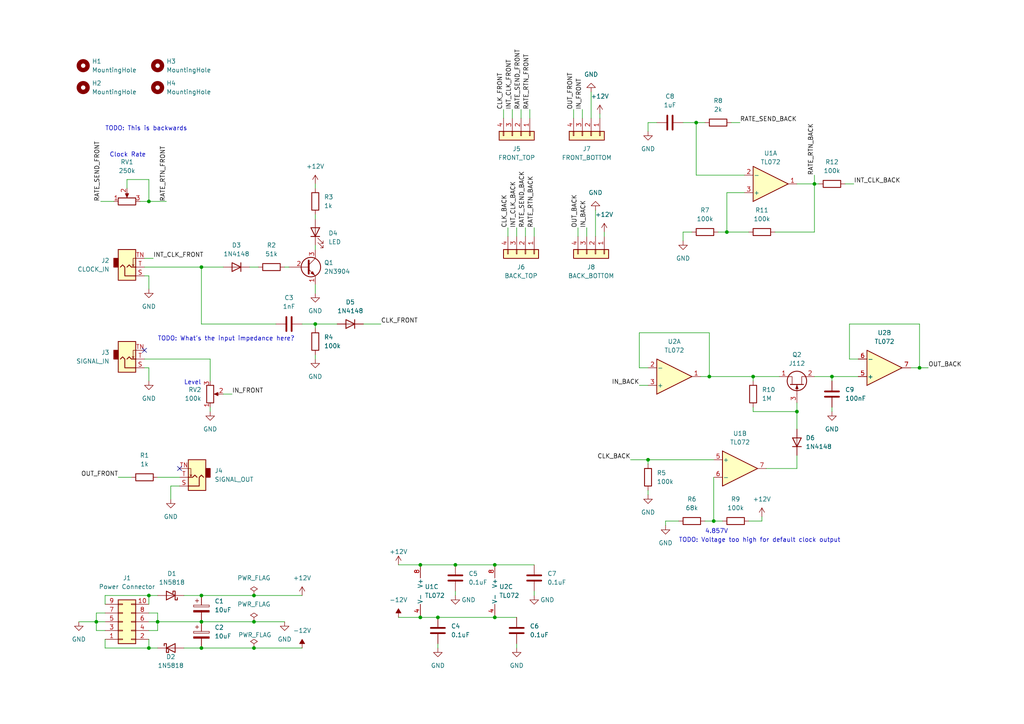
<source format=kicad_sch>
(kicad_sch (version 20211123) (generator eeschema)
  (paper "A4")
  (title_block (title "Sample and Hold") (rev "REV1") (company "Northrdge Devices") (comment 1 "Based on design by Mortiz Klein"))
  (lib_symbols
    (symbol "Amplifier_Operational:TL072" (pin_names (offset 0.127))
      (property "Reference" "U" (at 0 5.08 0))
      (property "Value" "TL072" (at 0 -5.08 0))
      (symbol "TL072_1_1"
        (polyline (pts (xy -5.08 5.08) (xy 5.08 0) (xy -5.08 -5.08) (xy -5.08 5.08)) (stroke (width 0.254)) (fill (type background)))
        (pin output line (at 7.62 0 180) (length 2.54) (name "~") (number "1"))
        (pin input line (at -7.62 -2.54 0) (length 2.54) (name "-") (number "2"))
        (pin input line (at -7.62 2.54 0) (length 2.54) (name "+") (number "3"))
      )
      (symbol "TL072_2_1"
        (polyline (pts (xy -5.08 5.08) (xy 5.08 0) (xy -5.08 -5.08) (xy -5.08 5.08)) (stroke (width 0.254)) (fill (type background)))
        (pin input line (at -7.62 2.54 0) (length 2.54) (name "+") (number "5"))
        (pin input line (at -7.62 -2.54 0) (length 2.54) (name "-") (number "6"))
        (pin output line (at 7.62 0 180) (length 2.54) (name "~") (number "7"))
      )
      (symbol "TL072_3_1"
        (pin power_in line (at -2.54 -7.62 90) (length 3.81) (name "V-") (number "4"))
        (pin power_in line (at -2.54 7.62 270) (length 3.81) (name "V+") (number "8"))
      )
    )
    (symbol "Connector:AudioJack2_SwitchT"
      (property "Reference" "J" (at 0 8.89 0))
      (property "Value" "AudioJack2_SwitchT" (at 0 6.35 0))
      (symbol "AudioJack2_SwitchT_0_1"
        (rectangle (start -2.54 0) (end -3.81 -2.54) (stroke (width 0.254)) (fill (type outline)))
        (polyline (pts (xy 1.778 -0.254) (xy 2.032 -0.762)))
        (polyline (pts (xy 0 0) (xy 0.635 -0.635) (xy 1.27 0) (xy 2.54 0)) (stroke (width 0.254)))
        (polyline (pts (xy 2.54 -2.54) (xy 1.778 -2.54) (xy 1.778 -0.254) (xy 1.524 -0.762)))
        (polyline (pts (xy 2.54 2.54) (xy -0.635 2.54) (xy -0.635 0) (xy -1.27 -0.635) (xy -1.905 0)) (stroke (width 0.254)))
        (rectangle (start 2.54 3.81) (end -2.54 -5.08) (stroke (width 0.254)) (fill (type background)))
      )
      (symbol "AudioJack2_SwitchT_1_1"
        (pin passive line (at 5.08 2.54 180) (length 2.54) (name "~") (number "S"))
        (pin passive line (at 5.08 0 180) (length 2.54) (name "~") (number "T"))
        (pin passive line (at 5.08 -2.54 180) (length 2.54) (name "~") (number "TN"))
      )
    )
    (symbol "Connector_Generic:Conn_01x04" (pin_names (offset 1.016) hide)
      (property "Reference" "J" (at 0 5.08 0))
      (property "Value" "Conn_01x04" (at 0 -7.62 0))
      (symbol "Conn_01x04_1_1"
        (rectangle (start -1.27 -4.953) (end 0 -5.207) (stroke (width 0.1524)))
        (rectangle (start -1.27 -2.413) (end 0 -2.667) (stroke (width 0.1524)))
        (rectangle (start -1.27 0.127) (end 0 -0.127) (stroke (width 0.1524)))
        (rectangle (start -1.27 2.667) (end 0 2.413) (stroke (width 0.1524)))
        (rectangle (start -1.27 3.81) (end 1.27 -6.35) (stroke (width 0.254)) (fill (type background)))
        (pin passive line (at -5.08 2.54 0) (length 3.81) (name "Pin_1") (number "1"))
        (pin passive line (at -5.08 0 0) (length 3.81) (name "Pin_2") (number "2"))
        (pin passive line (at -5.08 -2.54 0) (length 3.81) (name "Pin_3") (number "3"))
        (pin passive line (at -5.08 -5.08 0) (length 3.81) (name "Pin_4") (number "4"))
      )
    )
    (symbol "Connector_Generic:Conn_02x05_Odd_Even" (pin_names (offset 1.016) hide)
      (property "Reference" "J" (at 1.27 7.62 0))
      (property "Value" "Conn_02x05_Odd_Even" (at 1.27 -7.62 0))
      (symbol "Conn_02x05_Odd_Even_1_1"
        (rectangle (start -1.27 -4.953) (end 0 -5.207) (stroke (width 0.1524)))
        (rectangle (start -1.27 -2.413) (end 0 -2.667) (stroke (width 0.1524)))
        (rectangle (start -1.27 0.127) (end 0 -0.127) (stroke (width 0.1524)))
        (rectangle (start -1.27 2.667) (end 0 2.413) (stroke (width 0.1524)))
        (rectangle (start -1.27 5.207) (end 0 4.953) (stroke (width 0.1524)))
        (rectangle (start -1.27 6.35) (end 3.81 -6.35) (stroke (width 0.254)) (fill (type background)))
        (rectangle (start 3.81 -4.953) (end 2.54 -5.207) (stroke (width 0.1524)))
        (rectangle (start 3.81 -2.413) (end 2.54 -2.667) (stroke (width 0.1524)))
        (rectangle (start 3.81 0.127) (end 2.54 -0.127) (stroke (width 0.1524)))
        (rectangle (start 3.81 2.667) (end 2.54 2.413) (stroke (width 0.1524)))
        (rectangle (start 3.81 5.207) (end 2.54 4.953) (stroke (width 0.1524)))
        (pin passive line (at -5.08 5.08 0) (length 3.81) (name "Pin_1") (number "1"))
        (pin passive line (at 7.62 -5.08 180) (length 3.81) (name "Pin_10") (number "10"))
        (pin passive line (at 7.62 5.08 180) (length 3.81) (name "Pin_2") (number "2"))
        (pin passive line (at -5.08 2.54 0) (length 3.81) (name "Pin_3") (number "3"))
        (pin passive line (at 7.62 2.54 180) (length 3.81) (name "Pin_4") (number "4"))
        (pin passive line (at -5.08 0 0) (length 3.81) (name "Pin_5") (number "5"))
        (pin passive line (at 7.62 0 180) (length 3.81) (name "Pin_6") (number "6"))
        (pin passive line (at -5.08 -2.54 0) (length 3.81) (name "Pin_7") (number "7"))
        (pin passive line (at 7.62 -2.54 180) (length 3.81) (name "Pin_8") (number "8"))
        (pin passive line (at -5.08 -5.08 0) (length 3.81) (name "Pin_9") (number "9"))
      )
    )
    (symbol "Device:C" (pin_numbers hide) (pin_names (offset 0.254))
      (property "Reference" "C" (at 0.635 2.54 0))
      (property "Value" "C" (at 0.635 -2.54 0))
      (symbol "C_0_1"
        (polyline (pts (xy -2.032 -0.762) (xy 2.032 -0.762)) (stroke (width 0.508)))
        (polyline (pts (xy -2.032 0.762) (xy 2.032 0.762)) (stroke (width 0.508)))
      )
      (symbol "C_1_1"
        (pin passive line (at 0 3.81 270) (length 2.794) (name "~") (number "1"))
        (pin passive line (at 0 -3.81 90) (length 2.794) (name "~") (number "2"))
      )
    )
    (symbol "Device:C_Polarized" (pin_numbers hide) (pin_names (offset 0.254))
      (property "Reference" "C" (at 0.635 2.54 0))
      (property "Value" "C_Polarized" (at 0.635 -2.54 0))
      (symbol "C_Polarized_0_1"
        (rectangle (start -2.286 0.508) (end 2.286 1.016))
        (polyline (pts (xy -1.778 2.286) (xy -0.762 2.286)))
        (polyline (pts (xy -1.27 2.794) (xy -1.27 1.778)))
        (rectangle (start 2.286 -0.508) (end -2.286 -1.016) (fill (type outline)))
      )
      (symbol "C_Polarized_1_1"
        (pin passive line (at 0 3.81 270) (length 2.794) (name "~") (number "1"))
        (pin passive line (at 0 -3.81 90) (length 2.794) (name "~") (number "2"))
      )
    )
    (symbol "Device:LED" (pin_numbers hide) (pin_names (offset 1.016) hide)
      (property "Reference" "D" (at 0 2.54 0))
      (property "Value" "LED" (at 0 -2.54 0))
      (symbol "LED_0_1"
        (polyline (pts (xy -1.27 -1.27) (xy -1.27 1.27)) (stroke (width 0.254)))
        (polyline (pts (xy -1.27 0) (xy 1.27 0)))
        (polyline (pts (xy 1.27 -1.27) (xy 1.27 1.27) (xy -1.27 0) (xy 1.27 -1.27)) (stroke (width 0.254)))
        (polyline (pts (xy -3.048 -0.762) (xy -4.572 -2.286) (xy -3.81 -2.286) (xy -4.572 -2.286) (xy -4.572 -1.524)))
        (polyline (pts (xy -1.778 -0.762) (xy -3.302 -2.286) (xy -2.54 -2.286) (xy -3.302 -2.286) (xy -3.302 -1.524)))
      )
      (symbol "LED_1_1"
        (pin passive line (at -3.81 0 0) (length 2.54) (name "K") (number "1"))
        (pin passive line (at 3.81 0 180) (length 2.54) (name "A") (number "2"))
      )
    )
    (symbol "Device:R" (pin_numbers hide) (pin_names (offset 0))
      (property "Reference" "R" (at 2.032 0 90))
      (property "Value" "R" (at 0 0 90))
      (symbol "R_0_1"
        (rectangle (start -1.016 -2.54) (end 1.016 2.54) (stroke (width 0.254)))
      )
      (symbol "R_1_1"
        (pin passive line (at 0 3.81 270) (length 1.27) (name "~") (number "1"))
        (pin passive line (at 0 -3.81 90) (length 1.27) (name "~") (number "2"))
      )
    )
    (symbol "Device:R_Potentiometer" (pin_names (offset 1.016) hide)
      (property "Reference" "RV" (at -4.445 0 90))
      (property "Value" "R_Potentiometer" (at -2.54 0 90))
      (symbol "R_Potentiometer_0_1"
        (polyline (pts (xy 2.54 0) (xy 1.524 0)))
        (polyline (pts (xy 1.143 0) (xy 2.286 0.508) (xy 2.286 -0.508) (xy 1.143 0)) (fill (type outline)))
        (rectangle (start 1.016 2.54) (end -1.016 -2.54) (stroke (width 0.254)))
      )
      (symbol "R_Potentiometer_1_1"
        (pin passive line (at 0 3.81 270) (length 1.27) (name "1") (number "1"))
        (pin passive line (at 3.81 0 180) (length 1.27) (name "2") (number "2"))
        (pin passive line (at 0 -3.81 90) (length 1.27) (name "3") (number "3"))
      )
    )
    (symbol "Diode:1N4148" (pin_numbers hide) (pin_names (offset 1.016) hide)
      (property "Reference" "D" (at 0 2.54 0))
      (property "Value" "1N4148" (at 0 -2.54 0))
      (symbol "1N4148_0_1"
        (polyline (pts (xy -1.27 1.27) (xy -1.27 -1.27)) (stroke (width 0.254)))
        (polyline (pts (xy 1.27 0) (xy -1.27 0)))
        (polyline (pts (xy 1.27 1.27) (xy 1.27 -1.27) (xy -1.27 0) (xy 1.27 1.27)) (stroke (width 0.254)))
      )
      (symbol "1N4148_1_1"
        (pin passive line (at -3.81 0 0) (length 2.54) (name "K") (number "1"))
        (pin passive line (at 3.81 0 180) (length 2.54) (name "A") (number "2"))
      )
    )
    (symbol "Diode:1N5818" (pin_numbers hide) (pin_names (offset 1.016) hide)
      (property "Reference" "D" (at 0 2.54 0))
      (property "Value" "1N5818" (at 0 -2.54 0))
      (symbol "1N5818_0_1"
        (polyline (pts (xy 1.27 0) (xy -1.27 0)))
        (polyline (pts (xy 1.27 1.27) (xy 1.27 -1.27) (xy -1.27 0) (xy 1.27 1.27)) (stroke (width 0.254)))
        (polyline (pts (xy -1.905 0.635) (xy -1.905 1.27) (xy -1.27 1.27) (xy -1.27 -1.27) (xy -0.635 -1.27) (xy -0.635 -0.635)) (stroke (width 0.254)))
      )
      (symbol "1N5818_1_1"
        (pin passive line (at -3.81 0 0) (length 2.54) (name "K") (number "1"))
        (pin passive line (at 3.81 0 180) (length 2.54) (name "A") (number "2"))
      )
    )
    (symbol "Mechanical:MountingHole" (pin_names (offset 1.016))
      (property "Reference" "H" (at 0 5.08 0))
      (property "Value" "MountingHole" (at 0 3.175 0))
      (symbol "MountingHole_0_1"
        (circle (center 0 0) (radius 1.27) (stroke (width 1.27)))
      )
    )
    (symbol "Transistor_BJT:2N3904" (pin_names (offset 0) hide)
      (property "Reference" "Q" (at 5.08 1.905 0))
      (property "Value" "2N3904" (at 5.08 0 0))
      (symbol "2N3904_0_1"
        (polyline (pts (xy 0.635 0.635) (xy 2.54 2.54)))
        (polyline (pts (xy 0.635 -0.635) (xy 2.54 -2.54) (xy 2.54 -2.54)))
        (polyline (pts (xy 0.635 1.905) (xy 0.635 -1.905) (xy 0.635 -1.905)) (stroke (width 0.508)))
        (polyline (pts (xy 1.27 -1.778) (xy 1.778 -1.27) (xy 2.286 -2.286) (xy 1.27 -1.778) (xy 1.27 -1.778)) (fill (type outline)))
        (circle (center 1.27 0) (radius 2.8194) (stroke (width 0.254)))
      )
      (symbol "2N3904_1_1"
        (pin passive line (at 2.54 -5.08 90) (length 2.54) (name "E") (number "1"))
        (pin passive line (at -5.08 0 0) (length 5.715) (name "B") (number "2"))
        (pin passive line (at 2.54 5.08 270) (length 2.54) (name "C") (number "3"))
      )
    )
    (symbol "Transistor_FET:MMBFJ112" (pin_names hide)
      (property "Reference" "Q" (at 5.08 1.905 0))
      (property "Value" "MMBFJ112" (at 5.08 0 0))
      (symbol "MMBFJ112_0_1"
        (polyline (pts (xy 0.254 0) (xy -2.54 0)))
        (polyline (pts (xy 0.254 1.905) (xy 0.254 -1.905)) (stroke (width 0.254)))
        (polyline (pts (xy 2.54 -2.54) (xy 2.54 -1.397) (xy 0.254 -1.397)))
        (polyline (pts (xy 2.54 2.54) (xy 2.54 1.397) (xy 0.254 1.397)))
        (polyline (pts (xy 0 0) (xy -1.016 0.381) (xy -1.016 -0.381) (xy 0 0)) (fill (type outline)))
        (circle (center 1.27 0) (radius 2.8194) (stroke (width 0.254)))
      )
      (symbol "MMBFJ112_1_1"
        (pin passive line (at 2.54 5.08 270) (length 2.54) (name "D") (number "1"))
        (pin passive line (at 2.54 -5.08 90) (length 2.54) (name "S") (number "2"))
        (pin input line (at -5.08 0 0) (length 2.54) (name "G") (number "3"))
      )
    )
    (symbol "power:+12V" (power) (pin_names (offset 0))
      (property "Value" "+12V" (at 0 3.556 0))
      (symbol "+12V_0_1"
        (polyline (pts (xy -0.762 1.27) (xy 0 2.54)))
        (polyline (pts (xy 0 0) (xy 0 2.54)))
        (polyline (pts (xy 0 2.54) (xy 0.762 1.27)))
      )
      (symbol "+12V_1_1"
        (pin power_in line (at 0 0 90) (length 0) hide (name "+12V") (number "1"))
      )
    )
    (symbol "power:-12V" (power) (pin_names (offset 0))
      (property "Value" "-12V" (at 0 3.81 0))
      (symbol "-12V_0_0"
        (pin power_in line (at 0 0 90) (length 0) hide (name "-12V") (number "1"))
      )
      (symbol "-12V_0_1"
        (polyline (pts (xy 0 0) (xy 0 1.27) (xy 0.762 1.27) (xy 0 2.54) (xy -0.762 1.27) (xy 0 1.27)) (fill (type outline)))
      )
    )
    (symbol "power:GND" (power) (pin_names (offset 0))
      (property "Value" "GND" (at 0 -3.81 0))
      (symbol "GND_0_1"
        (polyline (pts (xy 0 0) (xy 0 -1.27) (xy 1.27 -1.27) (xy 0 -2.54) (xy -1.27 -1.27) (xy 0 -1.27)))
      )
      (symbol "GND_1_1"
        (pin power_in line (at 0 0 270) (length 0) hide (name "GND") (number "1"))
      )
    )
    (symbol "power:PWR_FLAG" (power) (pin_numbers hide) (pin_names (offset 0) hide)
      (property "Value" "PWR_FLAG" (at 0 3.81 0))
      (symbol "PWR_FLAG_0_0"
        (pin power_out line (at 0 0 90) (length 0) (name "pwr") (number "1"))
      )
      (symbol "PWR_FLAG_0_1"
        (polyline (pts (xy 0 0) (xy 0 1.27) (xy -1.016 1.905) (xy 0 2.54) (xy 1.016 1.905) (xy 0 1.27)))
      )
    )
  )
  (junction (at 27.94 180.34))
  (junction (at 143.51 179.07))
  (junction (at 132.08 163.83))
  (junction (at 201.93 35.56))
  (junction (at 143.51 163.83))
  (junction (at 58.42 172.72))
  (junction (at 207.01 151.13))
  (junction (at 236.22 53.34))
  (junction (at 43.18 58.42))
  (junction (at 266.7 106.68))
  (junction (at 45.72 180.34))
  (junction (at 58.42 77.47))
  (junction (at 58.42 180.34))
  (junction (at 121.92 179.07))
  (junction (at 187.96 133.35))
  (junction (at 241.3 109.22))
  (junction (at 43.18 187.96))
  (junction (at 58.42 187.96))
  (junction (at 91.44 93.98))
  (junction (at 127 179.07))
  (junction (at 73.66 187.96))
  (junction (at 43.18 172.72))
  (junction (at 210.82 67.31))
  (junction (at 231.14 119.38))
  (junction (at 121.92 163.83))
  (junction (at 73.66 180.34))
  (junction (at 218.44 109.22))
  (junction (at 205.74 109.22))
  (junction (at 73.66 172.72))
  (no_connect (at 52.07 135.89))
  (no_connect (at 41.91 101.6))
  (wire (pts (xy 207.01 138.43) (xy 207.01 151.13)))
  (wire (pts (xy 41.91 104.14) (xy 60.96 104.14)))
  (wire (pts (xy 127 187.96) (xy 127 186.69)))
  (wire (pts (xy 198.12 67.31) (xy 200.66 67.31)))
  (wire (pts (xy 153.67 34.29) (xy 153.67 31.75)))
  (wire (pts (xy 27.94 177.8) (xy 27.94 180.34)))
  (wire (pts (xy 91.44 102.87) (xy 91.44 104.14)))
  (wire (pts (xy 187.96 134.62) (xy 187.96 133.35)))
  (wire (pts (xy 132.08 172.72) (xy 132.08 171.45)))
  (wire (pts (xy 222.25 135.89) (xy 231.14 135.89)))
  (wire (pts (xy 30.48 185.42) (xy 30.48 187.96)))
  (wire (pts (xy 53.34 172.72) (xy 58.42 172.72)))
  (wire (pts (xy 220.98 149.86) (xy 220.98 151.13)))
  (wire (pts (xy 205.74 109.22) (xy 218.44 109.22)))
  (wire (pts (xy 43.18 182.88) (xy 45.72 182.88)))
  (wire (pts (xy 146.05 31.75) (xy 146.05 34.29)))
  (wire (pts (xy 241.3 109.22) (xy 241.3 110.49)))
  (wire (pts (xy 27.94 180.34) (xy 30.48 180.34)))
  (wire (pts (xy 236.22 67.31) (xy 236.22 53.34)))
  (wire (pts (xy 49.53 140.97) (xy 52.07 140.97)))
  (wire (pts (xy 241.3 109.22) (xy 248.92 109.22)))
  (wire (pts (xy 203.2 109.22) (xy 205.74 109.22)))
  (wire (pts (xy 266.7 93.98) (xy 266.7 106.68)))
  (wire (pts (xy 143.51 179.07) (xy 149.86 179.07)))
  (wire (pts (xy 185.42 96.52) (xy 205.74 96.52)))
  (wire (pts (xy 41.91 74.93) (xy 44.45 74.93)))
  (wire (pts (xy 207.01 151.13) (xy 209.55 151.13)))
  (wire (pts (xy 58.42 93.98) (xy 80.01 93.98)))
  (wire (pts (xy 91.44 93.98) (xy 97.79 93.98)))
  (wire (pts (xy 218.44 109.22) (xy 218.44 110.49)))
  (wire (pts (xy 121.92 163.83) (xy 132.08 163.83)))
  (wire (pts (xy 115.57 179.07) (xy 121.92 179.07)))
  (wire (pts (xy 49.53 140.97) (xy 49.53 144.78)))
  (wire (pts (xy 132.08 163.83) (xy 143.51 163.83)))
  (wire (pts (xy 73.66 172.72) (xy 87.63 172.72)))
  (wire (pts (xy 236.22 50.8) (xy 236.22 53.34)))
  (wire (pts (xy 45.72 180.34) (xy 43.18 180.34)))
  (wire (pts (xy 45.72 177.8) (xy 43.18 177.8)))
  (wire (pts (xy 43.18 187.96) (xy 45.72 187.96)))
  (wire (pts (xy 45.72 180.34) (xy 45.72 177.8)))
  (wire (pts (xy 215.9 50.8) (xy 201.93 50.8)))
  (wire (pts (xy 87.63 93.98) (xy 91.44 93.98)))
  (wire (pts (xy 41.91 80.01) (xy 43.18 80.01)))
  (wire (pts (xy 30.48 177.8) (xy 27.94 177.8)))
  (wire (pts (xy 187.96 143.51) (xy 187.96 142.24)))
  (wire (pts (xy 193.04 151.13) (xy 196.85 151.13)))
  (wire (pts (xy 241.3 119.38) (xy 241.3 118.11)))
  (wire (pts (xy 121.92 179.07) (xy 127 179.07)))
  (wire (pts (xy 152.4 66.04) (xy 152.4 68.58)))
  (wire (pts (xy 149.86 66.04) (xy 149.86 68.58)))
  (wire (pts (xy 201.93 35.56) (xy 204.47 35.56)))
  (wire (pts (xy 266.7 106.68) (xy 264.16 106.68)))
  (wire (pts (xy 27.94 182.88) (xy 30.48 182.88)))
  (wire (pts (xy 201.93 50.8) (xy 201.93 35.56)))
  (wire (pts (xy 45.72 138.43) (xy 52.07 138.43)))
  (wire (pts (xy 30.48 172.72) (xy 43.18 172.72)))
  (wire (pts (xy 64.77 114.3) (xy 67.31 114.3)))
  (wire (pts (xy 60.96 104.14) (xy 60.96 110.49)))
  (wire (pts (xy 187.96 35.56) (xy 190.5 35.56)))
  (wire (pts (xy 91.44 62.23) (xy 91.44 63.5)))
  (wire (pts (xy 217.17 67.31) (xy 210.82 67.31)))
  (wire (pts (xy 22.86 180.34) (xy 27.94 180.34)))
  (wire (pts (xy 210.82 67.31) (xy 210.82 55.88)))
  (wire (pts (xy 127 179.07) (xy 143.51 179.07)))
  (wire (pts (xy 115.57 163.83) (xy 121.92 163.83)))
  (wire (pts (xy 45.72 182.88) (xy 45.72 180.34)))
  (wire (pts (xy 43.18 172.72) (xy 43.18 175.26)))
  (wire (pts (xy 41.91 77.47) (xy 58.42 77.47)))
  (wire (pts (xy 73.66 187.96) (xy 87.63 187.96)))
  (wire (pts (xy 149.86 187.96) (xy 149.86 186.69)))
  (wire (pts (xy 246.38 93.98) (xy 266.7 93.98)))
  (wire (pts (xy 91.44 71.12) (xy 91.44 72.39)))
  (wire (pts (xy 217.17 151.13) (xy 220.98 151.13)))
  (wire (pts (xy 171.45 26.67) (xy 171.45 34.29)))
  (wire (pts (xy 246.38 104.14) (xy 246.38 93.98)))
  (wire (pts (xy 170.18 66.04) (xy 170.18 68.58)))
  (wire (pts (xy 43.18 58.42) (xy 48.26 58.42)))
  (wire (pts (xy 43.18 172.72) (xy 45.72 172.72)))
  (wire (pts (xy 36.83 52.07) (xy 43.18 52.07)))
  (wire (pts (xy 43.18 106.68) (xy 43.18 110.49)))
  (wire (pts (xy 60.96 119.38) (xy 60.96 118.11)))
  (wire (pts (xy 147.32 66.04) (xy 147.32 68.58)))
  (wire (pts (xy 172.72 60.96) (xy 172.72 68.58)))
  (wire (pts (xy 187.96 106.68) (xy 185.42 106.68)))
  (wire (pts (xy 193.04 152.4) (xy 193.04 151.13)))
  (wire (pts (xy 185.42 106.68) (xy 185.42 96.52)))
  (wire (pts (xy 43.18 80.01) (xy 43.18 83.82)))
  (wire (pts (xy 231.14 119.38) (xy 231.14 124.46)))
  (wire (pts (xy 236.22 109.22) (xy 241.3 109.22)))
  (wire (pts (xy 36.83 54.61) (xy 36.83 52.07)))
  (wire (pts (xy 168.91 31.75) (xy 168.91 34.29)))
  (wire (pts (xy 173.99 33.02) (xy 173.99 34.29)))
  (wire (pts (xy 27.94 180.34) (xy 27.94 182.88)))
  (wire (pts (xy 58.42 180.34) (xy 73.66 180.34)))
  (wire (pts (xy 205.74 96.52) (xy 205.74 109.22)))
  (wire (pts (xy 187.96 133.35) (xy 207.01 133.35)))
  (wire (pts (xy 198.12 69.85) (xy 198.12 67.31)))
  (wire (pts (xy 91.44 93.98) (xy 91.44 95.25)))
  (wire (pts (xy 43.18 52.07) (xy 43.18 58.42)))
  (wire (pts (xy 110.49 93.98) (xy 105.41 93.98)))
  (wire (pts (xy 185.42 111.76) (xy 187.96 111.76)))
  (wire (pts (xy 91.44 53.34) (xy 91.44 54.61)))
  (wire (pts (xy 218.44 118.11) (xy 218.44 119.38)))
  (wire (pts (xy 212.09 35.56) (xy 214.63 35.56)))
  (wire (pts (xy 58.42 77.47) (xy 58.42 93.98)))
  (wire (pts (xy 187.96 38.1) (xy 187.96 35.56)))
  (wire (pts (xy 58.42 172.72) (xy 73.66 172.72)))
  (wire (pts (xy 266.7 106.68) (xy 269.24 106.68)))
  (wire (pts (xy 40.64 58.42) (xy 43.18 58.42)))
  (wire (pts (xy 248.92 104.14) (xy 246.38 104.14)))
  (wire (pts (xy 182.88 133.35) (xy 187.96 133.35)))
  (wire (pts (xy 175.26 67.31) (xy 175.26 68.58)))
  (wire (pts (xy 231.14 135.89) (xy 231.14 132.08)))
  (wire (pts (xy 29.21 58.42) (xy 33.02 58.42)))
  (wire (pts (xy 53.34 187.96) (xy 58.42 187.96)))
  (wire (pts (xy 143.51 163.83) (xy 154.94 163.83)))
  (wire (pts (xy 226.06 109.22) (xy 218.44 109.22)))
  (wire (pts (xy 30.48 175.26) (xy 30.48 172.72)))
  (wire (pts (xy 58.42 77.47) (xy 64.77 77.47)))
  (wire (pts (xy 231.14 116.84) (xy 231.14 119.38)))
  (wire (pts (xy 73.66 180.34) (xy 82.55 180.34)))
  (wire (pts (xy 91.44 82.55) (xy 91.44 85.09)))
  (wire (pts (xy 198.12 35.56) (xy 201.93 35.56)))
  (wire (pts (xy 82.55 77.47) (xy 83.82 77.47)))
  (wire (pts (xy 167.64 66.04) (xy 167.64 68.58)))
  (wire (pts (xy 236.22 53.34) (xy 231.14 53.34)))
  (wire (pts (xy 58.42 187.96) (xy 73.66 187.96)))
  (wire (pts (xy 38.1 138.43) (xy 34.29 138.43)))
  (wire (pts (xy 208.28 67.31) (xy 210.82 67.31)))
  (wire (pts (xy 224.79 67.31) (xy 236.22 67.31)))
  (wire (pts (xy 154.94 172.72) (xy 154.94 171.45)))
  (wire (pts (xy 218.44 119.38) (xy 231.14 119.38)))
  (wire (pts (xy 154.94 66.04) (xy 154.94 68.58)))
  (wire (pts (xy 41.91 106.68) (xy 43.18 106.68)))
  (wire (pts (xy 245.11 53.34) (xy 247.65 53.34)))
  (wire (pts (xy 43.18 187.96) (xy 43.18 185.42)))
  (wire (pts (xy 207.01 151.13) (xy 204.47 151.13)))
  (wire (pts (xy 151.13 31.75) (xy 151.13 34.29)))
  (wire (pts (xy 148.59 31.75) (xy 148.59 34.29)))
  (wire (pts (xy 236.22 53.34) (xy 237.49 53.34)))
  (wire (pts (xy 166.37 31.75) (xy 166.37 34.29)))
  (wire (pts (xy 210.82 55.88) (xy 215.9 55.88)))
  (wire (pts (xy 45.72 180.34) (xy 58.42 180.34)))
  (wire (pts (xy 30.48 187.96) (xy 43.18 187.96)))
  (wire (pts (xy 72.39 77.47) (xy 74.93 77.47)))
  (text "Clock Rate" (at 31.75 45.72 0) (effects (font (size 1.27 1.27)) (justify left bottom)))
  (text "TODO: Voltage too high for default clock output" (at 196.85 157.48 0) (effects (font (size 1.27 1.27)) (justify left bottom)))
  (text "TODO: This is backwards" (at 30.48 38.1 0) (effects (font (size 1.27 1.27)) (justify left bottom)))
  (text "Level" (at 53.34 111.76 0) (effects (font (size 1.27 1.27)) (justify left bottom)))
  (text "TODO: What's the input impedance here?" (at 45.72 99.06 0) (effects (font (size 1.27 1.27)) (justify left bottom)))
  (text "4.857V" (at 204.47 154.94 0) (effects (font (size 1.27 1.27)) (justify left bottom)))
  (label "CLK_BACK" (at 182.88 133.35 180))
  (label "RATE_SEND_BACK" (at 214.63 35.56 0))
  (label "INT_CLK_FRONT" (at 44.45 74.93 0))
  (label "RATE_SEND_FRONT" (at 151.13 31.75 90))
  (label "IN_BACK" (at 170.18 66.04 90))
  (label "IN_FRONT" (at 67.31 114.3 0))
  (label "RATE_RTN_BACK" (at 236.22 50.8 90))
  (label "INT_CLK_BACK" (at 149.86 66.04 90))
  (label "CLK_FRONT" (at 110.49 93.98 0))
  (label "IN_FRONT" (at 168.91 31.75 90))
  (label "OUT_FRONT" (at 166.37 31.75 90))
  (label "OUT_BACK" (at 269.24 106.68 0))
  (label "RATE_SEND_BACK" (at 152.4 66.04 90))
  (label "RATE_RTN_FRONT" (at 153.67 31.75 90))
  (label "OUT_BACK" (at 167.64 66.04 90))
  (label "RATE_RTN_FRONT" (at 48.26 58.42 90))
  (label "RATE_RTN_BACK" (at 154.94 66.04 90))
  (label "CLK_FRONT" (at 146.05 31.75 90))
  (label "INT_CLK_BACK" (at 247.65 53.34 0))
  (label "CLK_BACK" (at 147.32 66.04 90))
  (label "IN_BACK" (at 185.42 111.76 180))
  (label "OUT_FRONT" (at 34.29 138.43 180))
  (label "RATE_SEND_FRONT" (at 29.21 58.42 90))
  (label "INT_CLK_FRONT" (at 148.59 31.75 90))
  (symbol (lib_id "Amplifier_Operational:TL072") (at 214.63 135.89 0) (unit 2)
    (property "Reference" "U1" (at 214.63 125.73 0))
    (property "Value" "TL072" (at 214.63 128.27 0))
    (property "Footprint" "Package_DIP:DIP-8_W7.62mm_Socket" (effects hide))
    (property "Datasheet" "http://www.ti.com/lit/ds/symlink/tl071.pdf" (effects hide))
    (property "Manufacturer" "VARIOUS" (effects hide))
    (property "Manufacturer Part No." "TL072CP" (effects hide))
    (property "Supplier" "Tayda" (effects hide))
    (property "Supplier Part No." "A-037" (effects hide))
  )
  (symbol (lib_id "Device:C") (at 149.86 182.88 0) (unit 1)
    (property "Reference" "C6" (at 153.67 181.6099 0) (effects (justify left)))
    (property "Value" "0.1uF" (at 153.67 184.1499 0) (effects (justify left)))
    (property "Footprint" "Capacitor_THT:C_Disc_D5.0mm_W2.5mm_P2.50mm" (effects hide))
    (property "Supplier" "Tayda" (effects hide))
    (property "Manufacturer" "AEC" (effects hide))
    (property "Manufacturer Part No." "0.1uF 50V Ceramic Disc Capacitor" (effects hide))
    (property "Supplier Part No." "A-4008" (effects hide))
  )
  (symbol (lib_id "Device:C") (at 194.31 35.56 90) (unit 1)
    (property "Reference" "C8" (at 194.31 27.94 90))
    (property "Value" "1uF" (at 194.31 30.48 90))
    (property "Footprint" "Capacitor_THT:C_Rect_L7.2mm_W3.5mm_P5.00mm_FKS2_FKP2_MKS2_MKP2" (effects hide))
    (property "Manufacturer" "WIMA" (effects hide))
    (property "Manufacturer Part No." "MKS2B041001C00KSSD" (effects hide))
    (property "Supplier Part No." "A-3290" (effects hide))
    (property "Supplier" "Tayda" (effects hide))
  )
  (symbol (lib_id "power:PWR_FLAG") (at 73.66 180.34 0) (unit 1)
    (property "Reference" "#FLG02" (effects hide))
    (property "Value" "PWR_FLAG" (at 73.66 175.26 0))
  )
  (symbol (lib_id "Amplifier_Operational:TL072") (at 195.58 109.22 0) (mirror x) (unit 1)
    (property "Reference" "U2" (at 195.58 99.06 0))
    (property "Value" "TL072" (at 195.58 101.6 0))
    (property "Footprint" "Package_DIP:DIP-8_W7.62mm_Socket" (effects hide))
    (property "Datasheet" "http://www.ti.com/lit/ds/symlink/tl071.pdf" (effects hide))
    (property "Manufacturer" "VARIOUS" (effects hide))
    (property "Manufacturer Part No." "TL072CP" (effects hide))
    (property "Supplier" "Tayda" (effects hide))
    (property "Supplier Part No." "A-037" (effects hide))
  )
  (symbol (lib_id "power:GND") (at 132.08 172.72 0) (unit 1)
    (property "Reference" "#PWR015" (effects hide))
    (property "Value" "GND" (at 135.89 173.99 0))
  )
  (symbol (lib_id "Device:C_Polarized") (at 58.42 176.53 0) (unit 1)
    (property "Reference" "C1" (at 62.23 174.3709 0) (effects (justify left)))
    (property "Value" "10uF" (at 62.23 176.9109 0) (effects (justify left)))
    (property "Footprint" "Capacitor_THT:CP_Radial_D5.0mm_P2.00mm" (effects hide))
    (property "Supplier" "Tayda" (effects hide))
    (property "Manufacturer" "AISHI" (effects hide))
    (property "Manufacturer Part No." "WK1CM100D11OT" (effects hide))
    (property "Supplier Part No." "A-3931" (effects hide))
  )
  (symbol (lib_id "Diode:1N5818") (at 49.53 187.96 0) (unit 1)
    (property "Reference" "D2" (at 49.53 190.5 0))
    (property "Value" "1N5818" (at 49.53 193.04 0))
    (property "Footprint" "Diode_THT:D_DO-41_SOD81_P10.16mm_Horizontal" (effects hide))
    (property "Datasheet" "http://www.vishay.com/docs/88525/1n5817.pdf" (effects hide))
    (property "Supplier" "Tayda" (effects hide))
    (property "Manufacturer" "TEC" (effects hide))
    (property "Manufacturer Part No." "1N5817" (effects hide))
    (property "Supplier Part No." "A-252" (effects hide))
  )
  (symbol (lib_id "Device:R") (at 218.44 114.3 180) (unit 1)
    (property "Reference" "R10" (at 220.98 113.0299 0) (effects (justify right)))
    (property "Value" "1M" (at 220.98 115.5699 0) (effects (justify right)))
    (property "Footprint" "Resistor_THT:R_Axial_DIN0207_L6.3mm_D2.5mm_P10.16mm_Horizontal" (effects hide))
    (property "Supplier" "Tayda" (effects hide))
    (property "Manufacturer" "Royal Ohm" (effects hide))
    (property "Manufacturer Part No." "MF0W4FF1004A50" (effects hide))
    (property "Supplier Part No." "A-2277" (effects hide))
  )
  (symbol (lib_id "Device:C") (at 127 182.88 0) (unit 1)
    (property "Reference" "C4" (at 130.81 181.6099 0) (effects (justify left)))
    (property "Value" "0.1uF" (at 130.81 184.1499 0) (effects (justify left)))
    (property "Footprint" "Capacitor_THT:C_Disc_D5.0mm_W2.5mm_P2.50mm" (effects hide))
    (property "Supplier" "Tayda" (effects hide))
    (property "Manufacturer" "AEC" (effects hide))
    (property "Manufacturer Part No." "0.1uF 50V Ceramic Disc Capacitor" (effects hide))
    (property "Supplier Part No." "A-4008" (effects hide))
  )
  (symbol (lib_id "power:GND") (at 82.55 180.34 0) (unit 1)
    (property "Reference" "#PWR06" (effects hide))
    (property "Value" "GND" (at 82.55 185.42 0))
  )
  (symbol (lib_id "Device:C") (at 132.08 167.64 0) (unit 1)
    (property "Reference" "C5" (at 135.89 166.3699 0) (effects (justify left)))
    (property "Value" "0.1uF" (at 135.89 168.9099 0) (effects (justify left)))
    (property "Footprint" "Capacitor_THT:C_Disc_D5.0mm_W2.5mm_P2.50mm" (effects hide))
    (property "Supplier" "Tayda" (effects hide))
    (property "Manufacturer" "AEC" (effects hide))
    (property "Manufacturer Part No." "0.1uF 50V Ceramic Disc Capacitor" (effects hide))
    (property "Supplier Part No." "A-4008" (effects hide))
  )
  (symbol (lib_id "power:-12V") (at 87.63 187.96 0) (unit 1)
    (property "Reference" "#PWR08" (effects hide))
    (property "Value" "-12V" (at 87.63 182.88 0))
  )
  (symbol (lib_id "power:+12V") (at 115.57 163.83 0) (unit 1)
    (property "Reference" "#PWR012" (effects hide))
    (property "Value" "+12V" (at 115.57 160.02 0))
  )
  (symbol (lib_id "Device:LED") (at 91.44 67.31 90) (unit 1)
    (property "Reference" "D4" (at 95.25 67.6274 90) (effects (justify right)))
    (property "Value" "LED" (at 95.25 70.1674 90) (effects (justify right)))
    (property "Footprint" "LED_THT:LED_D3.0mm" (effects hide))
    (property "Manufacturer" "Tayda" (effects hide))
    (property "Manufacturer Part No." "LED 3mm Red" (effects hide))
    (property "Supplier" "Tayda" (effects hide))
    (property "Supplier Part No." "A-261" (effects hide))
  )
  (symbol (lib_id "power:GND") (at 49.53 144.78 0) (unit 1)
    (property "Reference" "#PWR04" (effects hide))
    (property "Value" "GND" (at 49.53 149.86 0))
  )
  (symbol (lib_id "power:GND") (at 60.96 119.38 0) (unit 1)
    (property "Reference" "#PWR05" (effects hide))
    (property "Value" "GND" (at 60.96 124.46 0))
  )
  (symbol (lib_id "power:GND") (at 91.44 85.09 0) (unit 1)
    (property "Reference" "#PWR010" (effects hide))
    (property "Value" "GND" (at 91.44 90.17 0))
  )
  (symbol (lib_id "Device:R_Potentiometer") (at 36.83 58.42 90) (unit 1)
    (property "Reference" "RV1" (at 36.83 46.99 90))
    (property "Value" "250k" (at 36.83 49.53 90))
    (property "Footprint" "Alpha_Pots:Potentiometer_Alpha_RV09AF-40-20K_Single_Vertical" (effects hide))
    (property "Manufacturer" "ALPHA" (effects hide))
    (property "Manufacturer Part No." "RV09AF-40-20K-B250K" (effects hide))
    (property "Supplier" "Tayda" (effects hide))
    (property "Supplier Part No." "A-1865" (effects hide))
  )
  (symbol (lib_id "Connector:AudioJack2_SwitchT") (at 57.15 138.43 180) (unit 1)
    (property "Reference" "J4" (at 62.23 136.5249 0) (effects (justify right)))
    (property "Value" "SIGNAL_OUT" (at 62.23 139.0649 0) (effects (justify right)))
    (property "Footprint" "AudioJacks:Jack_3.5mm_QingPu_WQP-PJ398SM_Vertical" (effects hide))
    (property "Supplier" "Tayda" (effects hide))
    (property "Supplier Part No." "A-2563" (effects hide))
    (property "Manufacturer" "Tayda" (effects hide))
    (property "Manufacturer Part No." "PJ-3001F" (effects hide))
  )
  (symbol (lib_id "Transistor_FET:MMBFJ112") (at 231.14 111.76 90) (unit 1)
    (property "Reference" "Q2" (at 231.14 102.87 90))
    (property "Value" "J112" (at 231.14 105.41 90))
    (property "Footprint" "Package_TO_SOT_THT:TO-92" (effects hide))
    (property "Datasheet" "https://www.onsemi.com/pub/Collateral/MMBFJ113-D.PDF" (effects hide))
    (property "Manufacturer" "ON SEMICONDUCTOR" (effects hide))
    (property "Manufacturer Part No." "J112" (effects hide))
    (property "Supplier" "Tayda" (effects hide))
    (property "Supplier Part No." "A-3967" (effects hide))
  )
  (symbol (lib_id "Device:R") (at 78.74 77.47 270) (unit 1)
    (property "Reference" "R2" (at 78.74 71.12 90))
    (property "Value" "51k" (at 78.74 73.66 90))
    (property "Footprint" "Resistor_THT:R_Axial_DIN0207_L6.3mm_D2.5mm_P10.16mm_Horizontal" (effects hide))
    (property "Supplier" "Tayda" (effects hide))
    (property "Manufacturer" "Royal Ohm" (effects hide))
    (property "Manufacturer Part No." "MF0W4FF5102A50" (effects hide))
    (property "Supplier Part No." "A-2775" (effects hide))
  )
  (symbol (lib_id "power:GND") (at 22.86 180.34 0) (unit 1)
    (property "Reference" "#PWR01" (effects hide))
    (property "Value" "GND" (at 22.86 185.42 0))
  )
  (symbol (lib_id "power:GND") (at 198.12 69.85 0) (unit 1)
    (property "Reference" "#PWR025" (effects hide))
    (property "Value" "GND" (at 198.12 74.93 0))
  )
  (symbol (lib_id "Device:R") (at 241.3 53.34 270) (unit 1)
    (property "Reference" "R12" (at 241.3 46.99 90))
    (property "Value" "100k" (at 241.3 49.53 90))
    (property "Footprint" "Resistor_THT:R_Axial_DIN0207_L6.3mm_D2.5mm_P10.16mm_Horizontal" (effects hide))
    (property "Supplier" "Tayda" (effects hide))
    (property "Manufacturer" "Royal Ohm" (effects hide))
    (property "Manufacturer Part No." "MF0W4FF1003A50" (effects hide))
    (property "Supplier Part No." "A-2248" (effects hide))
  )
  (symbol (lib_id "Diode:1N5818") (at 49.53 172.72 180) (unit 1)
    (property "Reference" "D1" (at 49.8475 166.37 0))
    (property "Value" "1N5818" (at 49.8475 168.91 0))
    (property "Footprint" "Diode_THT:D_DO-41_SOD81_P10.16mm_Horizontal" (effects hide))
    (property "Datasheet" "http://www.vishay.com/docs/88525/1n5817.pdf" (effects hide))
    (property "Supplier" "Tayda" (effects hide))
    (property "Manufacturer" "TEC" (effects hide))
    (property "Manufacturer Part No." "1N5817" (effects hide))
    (property "Supplier Part No." "A-252" (effects hide))
  )
  (symbol (lib_id "Amplifier_Operational:TL072") (at 146.05 171.45 0) (unit 3)
    (property "Reference" "U2" (at 144.78 170.1799 0) (effects (justify left)))
    (property "Value" "TL072" (at 144.78 172.7199 0) (effects (justify left)))
    (property "Footprint" "Package_DIP:DIP-8_W7.62mm_Socket" (effects hide))
    (property "Datasheet" "http://www.ti.com/lit/ds/symlink/tl071.pdf" (effects hide))
    (property "Manufacturer" "VARIOUS" (effects hide))
    (property "Manufacturer Part No." "TL072CP" (effects hide))
    (property "Supplier" "Tayda" (effects hide))
    (property "Supplier Part No." "A-037" (effects hide))
  )
  (symbol (lib_id "Device:R") (at 41.91 138.43 90) (unit 1)
    (property "Reference" "R1" (at 41.91 132.08 90))
    (property "Value" "1k" (at 41.91 134.62 90))
    (property "Footprint" "Resistor_THT:R_Axial_DIN0207_L6.3mm_D2.5mm_P10.16mm_Horizontal" (effects hide))
    (property "Supplier" "Tayda" (effects hide))
    (property "Manufacturer" "Royal Ohm" (effects hide))
    (property "Manufacturer Part No." "MF0W4FF1001A50" (effects hide))
    (property "Supplier Part No." "A-2200" (effects hide))
  )
  (symbol (lib_id "power:+12V") (at 220.98 149.86 0) (unit 1)
    (property "Reference" "#PWR026" (effects hide))
    (property "Value" "+12V" (at 220.98 144.78 0))
  )
  (symbol (lib_id "power:-12V") (at 115.57 179.07 0) (unit 1)
    (property "Reference" "#PWR013" (effects hide))
    (property "Value" "-12V" (at 115.57 173.99 0))
  )
  (symbol (lib_id "Mechanical:MountingHole") (at 24.13 25.4 0) (unit 1) (in_bom no)
    (property "Reference" "H2" (at 26.67 24.1299 0) (effects (justify left)))
    (property "Value" "MountingHole" (at 26.67 26.6699 0) (effects (justify left)))
    (property "Footprint" "MountingHole:MountingHole_2.2mm_M2" (effects hide))
  )
  (symbol (lib_id "Diode:1N4148") (at 68.58 77.47 180) (unit 1)
    (property "Reference" "D3" (at 68.58 71.12 0))
    (property "Value" "1N4148" (at 68.58 73.66 0))
    (property "Footprint" "Diode_THT:D_DO-35_SOD27_P7.62mm_Horizontal" (effects hide))
    (property "Datasheet" "https://assets.nexperia.com/documents/data-sheet/1N4148_1N4448.pdf" (effects hide))
    (property "Manufacturer" "PHILIPS/NXP/ON SEMICONDUCTOR//TAK CHEONG" (effects hide))
    (property "Manufacturer Part No." "1N4148" (effects hide))
    (property "Supplier" "Tayda" (effects hide))
    (property "Supplier Part No." "A-157" (effects hide))
  )
  (symbol (lib_id "power:GND") (at 241.3 119.38 0) (unit 1)
    (property "Reference" "#PWR027" (effects hide))
    (property "Value" "GND" (at 241.3 124.46 0))
  )
  (symbol (lib_id "Diode:1N4148") (at 231.14 128.27 90) (unit 1)
    (property "Reference" "D6" (at 233.68 126.9999 90) (effects (justify right)))
    (property "Value" "1N4148" (at 233.68 129.5399 90) (effects (justify right)))
    (property "Footprint" "Diode_THT:D_DO-35_SOD27_P7.62mm_Horizontal" (effects hide))
    (property "Datasheet" "https://assets.nexperia.com/documents/data-sheet/1N4148_1N4448.pdf" (effects hide))
    (property "Manufacturer" "PHILIPS/NXP/ON SEMICONDUCTOR//TAK CHEONG" (effects hide))
    (property "Manufacturer Part No." "1N4148" (effects hide))
    (property "Supplier" "Tayda" (effects hide))
    (property "Supplier Part No." "A-157" (effects hide))
  )
  (symbol (lib_id "power:GND") (at 43.18 83.82 0) (unit 1)
    (property "Reference" "#PWR02" (effects hide))
    (property "Value" "GND" (at 43.18 88.9 0))
  )
  (symbol (lib_id "Device:C") (at 241.3 114.3 180) (unit 1)
    (property "Reference" "C9" (at 245.11 113.0299 0) (effects (justify right)))
    (property "Value" "100nF" (at 245.11 115.5699 0) (effects (justify right)))
    (property "Footprint" "Capacitor_THT:C_Rect_L7.2mm_W2.5mm_P5.00mm_FKS2_FKP2_MKS2_MKP2" (effects hide))
    (property "Manufacturer" "KEMET" (effects hide))
    (property "Manufacturer Part No." "R82EC3100DQ70J" (effects hide))
    (property "Supplier" "Tayda" (effects hide))
    (property "Supplier Part No." "A-951" (effects hide))
  )
  (symbol (lib_id "Connector:AudioJack2_SwitchT") (at 36.83 77.47 0) (mirror x) (unit 1)
    (property "Reference" "J2" (at 31.75 75.5649 0) (effects (justify right)))
    (property "Value" "CLOCK_IN" (at 31.75 78.1049 0) (effects (justify right)))
    (property "Footprint" "AudioJacks:Jack_3.5mm_QingPu_WQP-PJ398SM_Vertical" (effects hide))
    (property "Supplier" "Tayda" (effects hide))
    (property "Supplier Part No." "A-2563" (effects hide))
    (property "Manufacturer" "Tayda" (effects hide))
    (property "Manufacturer Part No." "PJ-3001F" (effects hide))
  )
  (symbol (lib_id "Amplifier_Operational:TL072") (at 223.52 53.34 0) (mirror x) (unit 1)
    (property "Reference" "U1" (at 223.52 44.45 0))
    (property "Value" "TL072" (at 223.52 46.99 0))
    (property "Footprint" "Package_DIP:DIP-8_W7.62mm_Socket" (effects hide))
    (property "Datasheet" "http://www.ti.com/lit/ds/symlink/tl071.pdf" (effects hide))
    (property "Manufacturer" "VARIOUS" (effects hide))
    (property "Manufacturer Part No." "TL072CP" (effects hide))
    (property "Supplier" "Tayda" (effects hide))
    (property "Supplier Part No." "A-037" (effects hide))
  )
  (symbol (lib_id "power:GND") (at 193.04 152.4 0) (unit 1)
    (property "Reference" "#PWR024" (effects hide))
    (property "Value" "GND" (at 193.04 157.48 0))
  )
  (symbol (lib_id "power:+12V") (at 87.63 172.72 0) (unit 1)
    (property "Reference" "#PWR07" (effects hide))
    (property "Value" "+12V" (at 87.63 167.64 0))
  )
  (symbol (lib_id "Diode:1N4148") (at 101.6 93.98 180) (unit 1)
    (property "Reference" "D5" (at 101.6 87.63 0))
    (property "Value" "1N4148" (at 101.6 90.17 0))
    (property "Footprint" "Diode_THT:D_DO-35_SOD27_P7.62mm_Horizontal" (effects hide))
    (property "Datasheet" "https://assets.nexperia.com/documents/data-sheet/1N4148_1N4448.pdf" (effects hide))
    (property "Manufacturer" "PHILIPS/NXP/ON SEMICONDUCTOR//TAK CHEONG" (effects hide))
    (property "Manufacturer Part No." "1N4148" (effects hide))
    (property "Supplier" "Tayda" (effects hide))
    (property "Supplier Part No." "A-157" (effects hide))
  )
  (symbol (lib_id "Device:C_Polarized") (at 58.42 184.15 0) (unit 1)
    (property "Reference" "C2" (at 62.23 181.9909 0) (effects (justify left)))
    (property "Value" "10uF" (at 62.23 184.5309 0) (effects (justify left)))
    (property "Footprint" "Capacitor_THT:CP_Radial_D5.0mm_P2.00mm" (effects hide))
    (property "Supplier" "Tayda" (effects hide))
    (property "Manufacturer" "AISHI" (effects hide))
    (property "Manufacturer Part No." "WK1CM100D11OT" (effects hide))
    (property "Supplier Part No." "A-3931" (effects hide))
  )
  (symbol (lib_id "Connector_Generic:Conn_01x04") (at 172.72 73.66 270) (unit 1)
    (property "Reference" "J8" (at 171.45 77.47 90))
    (property "Value" "BACK_BOTTOM" (at 171.45 80.01 90))
    (property "Footprint" "Connector_PinHeader_2.54mm:PinHeader_1x04_P2.54mm_Vertical" (effects hide))
    (property "Manufacturer" "GTK" (effects hide))
    (property "Manufacturer Part No." "PHSS12G10" (effects hide))
    (property "Supplier" "Tayda" (effects hide))
    (property "Supplier Part No." "A-5776" (effects hide))
  )
  (symbol (lib_id "power:PWR_FLAG") (at 73.66 172.72 0) (unit 1)
    (property "Reference" "#FLG01" (effects hide))
    (property "Value" "PWR_FLAG" (at 73.66 167.64 0))
  )
  (symbol (lib_id "power:GND") (at 91.44 104.14 0) (unit 1)
    (property "Reference" "#PWR011" (effects hide))
    (property "Value" "GND" (at 91.44 109.22 0))
  )
  (symbol (lib_id "Amplifier_Operational:TL072") (at 124.46 171.45 0) (unit 3)
    (property "Reference" "U1" (at 123.19 170.1799 0) (effects (justify left)))
    (property "Value" "TL072" (at 123.19 172.7199 0) (effects (justify left)))
    (property "Footprint" "Package_DIP:DIP-8_W7.62mm_Socket" (effects hide))
    (property "Datasheet" "http://www.ti.com/lit/ds/symlink/tl071.pdf" (effects hide))
    (property "Manufacturer" "VARIOUS" (effects hide))
    (property "Manufacturer Part No." "TL072CP" (effects hide))
    (property "Supplier" "Tayda" (effects hide))
    (property "Supplier Part No." "A-037" (effects hide))
  )
  (symbol (lib_id "Connector_Generic:Conn_01x04") (at 151.13 39.37 270) (unit 1)
    (property "Reference" "J5" (at 149.86 43.18 90))
    (property "Value" "FRONT_TOP" (at 149.86 45.72 90))
    (property "Footprint" "Connector_PinHeader_2.54mm:PinHeader_1x04_P2.54mm_Vertical" (effects hide))
    (property "Manufacturer" "GTK" (effects hide))
    (property "Manufacturer Part No." "4 Female Pin Header" (effects hide))
    (property "Supplier" "Tayda" (effects hide))
    (property "Supplier Part No." "A-1303" (effects hide))
  )
  (symbol (lib_id "power:+12V") (at 91.44 53.34 0) (unit 1)
    (property "Reference" "#PWR09" (effects hide))
    (property "Value" "+12V" (at 91.44 48.26 0))
  )
  (symbol (lib_id "Transistor_BJT:2N3904") (at 88.9 77.47 0) (unit 1)
    (property "Reference" "Q1" (at 93.98 76.1999 0) (effects (justify left)))
    (property "Value" "2N3904" (at 93.98 78.7399 0) (effects (justify left)))
    (property "Footprint" "Package_TO_SOT_THT:TO-92_Inline" (effects hide))
    (property "Datasheet" "https://www.onsemi.com/pub/Collateral/2N3903-D.PDF" (effects hide))
    (property "Manufacturer" "Fairchild" (effects hide))
    (property "Manufacturer Part No." "2N3904" (effects hide))
    (property "Supplier" "Tayda" (effects hide))
    (property "Supplier Part No." "A-111" (effects hide))
  )
  (symbol (lib_id "Mechanical:MountingHole") (at 24.13 19.05 0) (unit 1) (in_bom no)
    (property "Reference" "H1" (at 26.67 17.7799 0) (effects (justify left)))
    (property "Value" "MountingHole" (at 26.67 20.3199 0) (effects (justify left)))
    (property "Footprint" "MountingHole:MountingHole_2.2mm_M2" (effects hide))
  )
  (symbol (lib_id "Connector_Generic:Conn_01x04") (at 152.4 73.66 270) (unit 1)
    (property "Reference" "J6" (at 151.13 77.47 90))
    (property "Value" "BACK_TOP" (at 151.13 80.01 90))
    (property "Footprint" "Connector_PinHeader_2.54mm:PinHeader_1x04_P2.54mm_Vertical" (effects hide))
    (property "Manufacturer" "GTK" (effects hide))
    (property "Manufacturer Part No." "PHSS12G10" (effects hide))
    (property "Supplier" "Tayda" (effects hide))
    (property "Supplier Part No." "A-5776" (effects hide))
  )
  (symbol (lib_id "power:GND") (at 43.18 110.49 0) (unit 1)
    (property "Reference" "#PWR03" (effects hide))
    (property "Value" "GND" (at 43.18 115.57 0))
  )
  (symbol (lib_id "Device:C") (at 154.94 167.64 0) (unit 1)
    (property "Reference" "C7" (at 158.75 166.3699 0) (effects (justify left)))
    (property "Value" "0.1uF" (at 158.75 168.9099 0) (effects (justify left)))
    (property "Footprint" "Capacitor_THT:C_Disc_D5.0mm_W2.5mm_P2.50mm" (effects hide))
    (property "Supplier" "Tayda" (effects hide))
    (property "Manufacturer" "AEC" (effects hide))
    (property "Manufacturer Part No." "0.1uF 50V Ceramic Disc Capacitor" (effects hide))
    (property "Supplier Part No." "A-4008" (effects hide))
  )
  (symbol (lib_id "power:GND") (at 127 187.96 0) (unit 1)
    (property "Reference" "#PWR014" (effects hide))
    (property "Value" "GND" (at 127 193.04 0))
  )
  (symbol (lib_id "Mechanical:MountingHole") (at 45.72 25.4 0) (unit 1) (in_bom no)
    (property "Reference" "H4" (at 48.26 24.1299 0) (effects (justify left)))
    (property "Value" "MountingHole" (at 48.26 26.6699 0) (effects (justify left)))
    (property "Footprint" "MountingHole:MountingHole_2.2mm_M2" (effects hide))
  )
  (symbol (lib_id "Connector:AudioJack2_SwitchT") (at 36.83 104.14 0) (mirror x) (unit 1)
    (property "Reference" "J3" (at 31.75 102.2349 0) (effects (justify right)))
    (property "Value" "SIGNAL_IN" (at 31.75 104.7749 0) (effects (justify right)))
    (property "Footprint" "AudioJacks:Jack_3.5mm_QingPu_WQP-PJ398SM_Vertical" (effects hide))
    (property "Supplier" "Tayda" (effects hide))
    (property "Supplier Part No." "A-2563" (effects hide))
    (property "Manufacturer" "Tayda" (effects hide))
    (property "Manufacturer Part No." "PJ-3001F" (effects hide))
  )
  (symbol (lib_id "Device:R") (at 208.28 35.56 270) (unit 1)
    (property "Reference" "R8" (at 208.28 29.21 90))
    (property "Value" "2k" (at 208.28 31.75 90))
    (property "Footprint" "Resistor_THT:R_Axial_DIN0207_L6.3mm_D2.5mm_P10.16mm_Horizontal" (effects hide))
    (property "Supplier" "Tayda" (effects hide))
    (property "Manufacturer" "Royal Ohm" (effects hide))
    (property "Manufacturer Part No." "MF0W4FF2001A50" (effects hide))
    (property "Supplier Part No." "A-2307" (effects hide))
  )
  (symbol (lib_id "power:GND") (at 171.45 26.67 180) (unit 1)
    (property "Reference" "#PWR?" (effects hide))
    (property "Value" "GND" (at 171.45 21.59 0))
  )
  (symbol (lib_id "Device:R") (at 220.98 67.31 270) (unit 1)
    (property "Reference" "R11" (at 220.98 60.96 90))
    (property "Value" "100k" (at 220.98 63.5 90))
    (property "Footprint" "Resistor_THT:R_Axial_DIN0207_L6.3mm_D2.5mm_P10.16mm_Horizontal" (effects hide))
    (property "Supplier" "Tayda" (effects hide))
    (property "Manufacturer" "Royal Ohm" (effects hide))
    (property "Manufacturer Part No." "MF0W4FF1003A50" (effects hide))
    (property "Supplier Part No." "A-2248" (effects hide))
  )
  (symbol (lib_id "Device:R") (at 187.96 138.43 180) (unit 1)
    (property "Reference" "R5" (at 190.5 137.1599 0) (effects (justify right)))
    (property "Value" "100k" (at 190.5 139.6999 0) (effects (justify right)))
    (property "Footprint" "Resistor_THT:R_Axial_DIN0207_L6.3mm_D2.5mm_P10.16mm_Horizontal" (effects hide))
    (property "Supplier" "Tayda" (effects hide))
    (property "Manufacturer" "Royal Ohm" (effects hide))
    (property "Manufacturer Part No." "MF0W4FF1003A50" (effects hide))
    (property "Supplier Part No." "A-2248" (effects hide))
  )
  (symbol (lib_id "power:+12V") (at 175.26 67.31 0) (unit 1)
    (property "Reference" "#PWR?" (effects hide))
    (property "Value" "+12V" (at 175.26 62.23 0))
  )
  (symbol (lib_id "power:GND") (at 149.86 187.96 0) (unit 1)
    (property "Reference" "#PWR016" (effects hide))
    (property "Value" "GND" (at 149.86 193.04 0))
  )
  (symbol (lib_id "power:GND") (at 154.94 172.72 0) (unit 1)
    (property "Reference" "#PWR017" (effects hide))
    (property "Value" "GND" (at 158.75 173.99 0))
  )
  (symbol (lib_id "Device:R") (at 91.44 99.06 180) (unit 1)
    (property "Reference" "R4" (at 93.98 97.7899 0) (effects (justify right)))
    (property "Value" "100k" (at 93.98 100.3299 0) (effects (justify right)))
    (property "Footprint" "Resistor_THT:R_Axial_DIN0207_L6.3mm_D2.5mm_P10.16mm_Horizontal" (effects hide))
    (property "Supplier" "Tayda" (effects hide))
    (property "Manufacturer" "Royal Ohm" (effects hide))
    (property "Manufacturer Part No." "MF0W4FF1003A50" (effects hide))
    (property "Supplier Part No." "A-2248" (effects hide))
  )
  (symbol (lib_id "Device:R") (at 213.36 151.13 270) (unit 1)
    (property "Reference" "R9" (at 213.36 144.78 90))
    (property "Value" "100k" (at 213.36 147.32 90))
    (property "Footprint" "Resistor_THT:R_Axial_DIN0207_L6.3mm_D2.5mm_P10.16mm_Horizontal" (effects hide))
    (property "Supplier" "Tayda" (effects hide))
    (property "Manufacturer" "Royal Ohm" (effects hide))
    (property "Manufacturer Part No." "MF0W4FF1003A50" (effects hide))
    (property "Supplier Part No." "A-2248" (effects hide))
  )
  (symbol (lib_id "Device:R") (at 200.66 151.13 270) (unit 1)
    (property "Reference" "R6" (at 200.66 144.78 90))
    (property "Value" "68k" (at 200.66 147.32 90))
    (property "Footprint" "Resistor_THT:R_Axial_DIN0207_L6.3mm_D2.5mm_P10.16mm_Horizontal" (effects hide))
    (property "Supplier" "Tayda" (effects hide))
    (property "Manufacturer" "Royal Ohm" (effects hide))
    (property "Manufacturer Part No." "MF0W4FF6802A50" (effects hide))
    (property "Supplier Part No." "A-2334" (effects hide))
  )
  (symbol (lib_id "power:PWR_FLAG") (at 73.66 187.96 0) (unit 1)
    (property "Reference" "#FLG03" (effects hide))
    (property "Value" "PWR_FLAG" (at 78.74 184.15 0) (effects (justify right)))
  )
  (symbol (lib_id "Device:C") (at 83.82 93.98 90) (unit 1)
    (property "Reference" "C3" (at 83.82 86.36 90))
    (property "Value" "1nF" (at 83.82 88.9 90))
    (property "Footprint" "Capacitor_THT:C_Rect_L7.2mm_W2.5mm_P5.00mm_FKS2_FKP2_MKS2_MKP2" (effects hide))
    (property "Manufacturer" "KEMET" (effects hide))
    (property "Manufacturer Part No." "R82EC1100AA50J" (effects hide))
    (property "Supplier" "Tayda" (effects hide))
    (property "Supplier Part No." "A-1987" (effects hide))
  )
  (symbol (lib_id "power:GND") (at 187.96 143.51 0) (unit 1)
    (property "Reference" "#PWR023" (effects hide))
    (property "Value" "GND" (at 187.96 148.59 0))
  )
  (symbol (lib_id "Connector_Generic:Conn_01x04") (at 171.45 39.37 270) (unit 1)
    (property "Reference" "J7" (at 170.18 43.18 90))
    (property "Value" "FRONT_BOTTOM" (at 170.18 45.72 90))
    (property "Footprint" "Connector_PinHeader_2.54mm:PinHeader_1x04_P2.54mm_Vertical" (effects hide))
    (property "Manufacturer" "GTK" (effects hide))
    (property "Manufacturer Part No." "4 Female Pin Header" (effects hide))
    (property "Supplier" "Tayda" (effects hide))
    (property "Supplier Part No." "A-1303" (effects hide))
  )
  (symbol (lib_id "Device:R") (at 91.44 58.42 0) (unit 1)
    (property "Reference" "R3" (at 93.98 57.1499 0) (effects (justify left)))
    (property "Value" "1k" (at 93.98 59.6899 0) (effects (justify left)))
    (property "Footprint" "Resistor_THT:R_Axial_DIN0207_L6.3mm_D2.5mm_P10.16mm_Horizontal" (effects hide))
    (property "Supplier" "Tayda" (effects hide))
    (property "Manufacturer" "Royal Ohm" (effects hide))
    (property "Manufacturer Part No." "MF0W4FF1001A50" (effects hide))
    (property "Supplier Part No." "A-2200" (effects hide))
  )
  (symbol (lib_id "Amplifier_Operational:TL072") (at 256.54 106.68 0) (mirror x) (unit 2)
    (property "Reference" "U2" (at 256.54 96.52 0))
    (property "Value" "TL072" (at 256.54 99.06 0))
    (property "Footprint" "Package_DIP:DIP-8_W7.62mm_Socket" (effects hide))
    (property "Datasheet" "http://www.ti.com/lit/ds/symlink/tl071.pdf" (effects hide))
    (property "Manufacturer" "VARIOUS" (effects hide))
    (property "Manufacturer Part No." "TL072CP" (effects hide))
    (property "Supplier" "Tayda" (effects hide))
    (property "Supplier Part No." "A-037" (effects hide))
  )
  (symbol (lib_id "Connector_Generic:Conn_02x05_Odd_Even") (at 35.56 180.34 0) (mirror x) (unit 1)
    (property "Reference" "J1" (at 36.83 167.64 0))
    (property "Value" "Power Connector" (at 36.83 170.18 0))
    (property "Footprint" "Connector_IDC:IDC-Header_2x05_P2.54mm_Vertical" (effects hide))
    (property "Manufacturer" "ULO Group" (effects hide))
    (property "Manufacturer Part No." "BHD10PHZT" (effects hide))
    (property "Supplier" "Tayda" (effects hide))
    (property "Supplier Part No." "A-2939" (effects hide))
  )
  (symbol (lib_id "Device:R") (at 204.47 67.31 270) (unit 1)
    (property "Reference" "R7" (at 204.47 60.96 90))
    (property "Value" "100k" (at 204.47 63.5 90))
    (property "Footprint" "Resistor_THT:R_Axial_DIN0207_L6.3mm_D2.5mm_P10.16mm_Horizontal" (effects hide))
    (property "Supplier" "Tayda" (effects hide))
    (property "Manufacturer" "Royal Ohm" (effects hide))
    (property "Manufacturer Part No." "MF0W4FF1003A50" (effects hide))
    (property "Supplier Part No." "A-2248" (effects hide))
  )
  (symbol (lib_id "power:GND") (at 172.72 60.96 180) (unit 1)
    (property "Reference" "#PWR?" (effects hide))
    (property "Value" "GND" (at 172.72 55.88 0))
  )
  (symbol (lib_id "power:GND") (at 187.96 38.1 0) (unit 1)
    (property "Reference" "#PWR022" (effects hide))
    (property "Value" "GND" (at 187.96 43.18 0))
  )
  (symbol (lib_id "Mechanical:MountingHole") (at 45.72 19.05 0) (unit 1) (in_bom no)
    (property "Reference" "H3" (at 48.26 17.7799 0) (effects (justify left)))
    (property "Value" "MountingHole" (at 48.26 20.3199 0) (effects (justify left)))
    (property "Footprint" "MountingHole:MountingHole_2.2mm_M2" (effects hide))
  )
  (symbol (lib_id "Device:R_Potentiometer") (at 60.96 114.3 0) (mirror x) (unit 1)
    (property "Reference" "RV2" (at 58.42 113.0299 0) (effects (justify right)))
    (property "Value" "100k" (at 58.42 115.5699 0) (effects (justify right)))
    (property "Footprint" "Alpha_Pots:Potentiometer_Alpha_RV09AF-40-20K_Single_Vertical" (effects hide))
    (property "Manufacturer" "ALPHA" (effects hide))
    (property "Manufacturer Part No." "RV09AF-40-20K-B100K" (effects hide))
    (property "Supplier" "Tayda" (effects hide))
    (property "Supplier Part No." "A-1851" (effects hide))
  )
  (symbol (lib_id "power:+12V") (at 173.99 33.02 0) (unit 1)
    (property "Reference" "#PWR?" (effects hide))
    (property "Value" "+12V" (at 173.99 27.94 0))
  )
)
</source>
